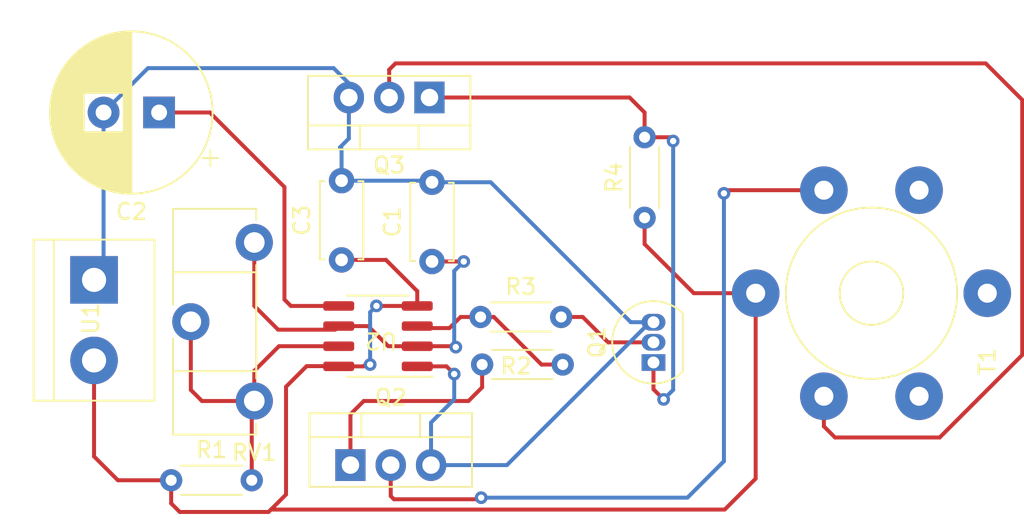
<source format=kicad_pcb>
(kicad_pcb (version 20211014) (generator pcbnew)
  (layers (0 "F.Cu" signal) (31 "B.Cu" signal) (34 "B.Paste" user) (35 "F.Paste" user) (36 "B.SilkS" user "B.Silkscreen") (37 "F.SilkS" user "F.Silkscreen") (38 "B.Mask" user) (39 "F.Mask" user) (44 "Edge.Cuts" user))
  (net 0 "")
  (net 1 "Net-(C1-Pad1)")
  (net 2 "Earth")
  (net 3 "Net-(C2-Pad1)")
  (net 4 "Net-(C3-Pad1)")
  (net 5 "Net-(Q1-Pad1)")
  (net 6 "Net-(Q1-Pad2)")
  (net 7 "Net-(Q2-Pad1)")
  (net 8 "Net-(Q2-Pad2)")
  (net 9 "Net-(Q3-Pad2)")
  (net 10 "Net-(R1-Pad2)")
  (net 11 "Net-(R2-Pad2)")
  (net 12 "/AC")
  (net 13 "/Output")
  (footprint "Resistor_THT:R_Axial_DIN0204_L3.6mm_D1.6mm_P5.08mm_Horizontal" (layer "F.Cu") (at 113.46 118.8)
    (fp_text reference "R1" (at 2.54 -1.92) (layer "F.SilkS"))
    (fp_text value "1k")
    (fp_line (start 0.62 0.92) (end 4.46 0.92) (layer "F.SilkS") (width 0.12))
    (fp_line (start 0.62 -0.92) (end 4.46 -0.92) (layer "F.SilkS") (width 0.12))
    (pad "1" thru_hole circle (at 0 0) (size 1.4 1.4) (drill 0.7) (layers *.Cu *.Mask) (net 4 "Net-(C3-Pad1)"))
    (pad "2" thru_hole oval (at 5.08 0) (size 1.4 1.4) (drill 0.7) (layers *.Cu *.Mask) (net 10 "Net-(R1-Pad2)"))
  )
  (footprint "extra_library:LM358" (layer "F.Cu") (at 130.18 112.365 180)
    (fp_text reference "U2" (at 3.48 2.365 180 unlocked) (layer "F.SilkS"))
    (fp_text value "555_IC")
    (fp_line (start 3.685 0.095) (end 0.235 0.095) (layer "F.SilkS") (width 0.12))
    (fp_line (start 3.685 5.215) (end 5.635 5.215) (layer "F.SilkS") (width 0.12))
    (fp_line (start 3.685 0.095) (end 5.635 0.095) (layer "F.SilkS") (width 0.12))
    (fp_line (start 3.685 5.215) (end 1.735 5.215) (layer "F.SilkS") (width 0.12))
    (pad "1" smd roundrect (at 1.21 0.75 180) (size 1.95 0.6) (layers "F.Cu" "F.Paste" "F.Mask") (net 2 "Earth"))
    (pad "2" smd roundrect (at 1.21 2.02 180) (size 1.95 0.6) (layers "F.Cu" "F.Paste" "F.Mask") (net 1 "Net-(C1-Pad1)"))
    (pad "3" smd roundrect (at 1.21 3.29 180) (size 1.95 0.6) (layers "F.Cu" "F.Paste" "F.Mask") (net 11 "Net-(R2-Pad2)"))
    (pad "4" smd roundrect (at 1.21 4.56 180) (size 1.95 0.6) (layers "F.Cu" "F.Paste" "F.Mask") (net 4 "Net-(C3-Pad1)"))
    (pad "5" smd roundrect (at 6.16 4.56 180) (size 1.95 0.6) (layers "F.Cu" "F.Paste" "F.Mask") (net 3 "Net-(C2-Pad1)"))
    (pad "6" smd roundrect (at 6.16 3.29 180) (size 1.95 0.6) (layers "F.Cu" "F.Paste" "F.Mask") (net 1 "Net-(C1-Pad1)"))
    (pad "7" smd roundrect (at 6.16 2.02 180) (size 1.95 0.6) (layers "F.Cu" "F.Paste" "F.Mask") (net 10 "Net-(R1-Pad2)"))
    (pad "8" smd roundrect (at 6.16 0.75 180) (size 1.95 0.6) (layers "F.Cu" "F.Paste" "F.Mask") (net 4 "Net-(C3-Pad1)"))
  )
  (footprint "TerminalBlock:TerminalBlock_bornier-2_P5.08mm" (layer "F.Cu") (at 108.6 106.16 -90)
    (fp_text reference "U1" (at 2.44 0.2 90) (layer "F.SilkS"))
    (fp_text value "Power_in")
    (fp_line (start -2.54 -3.81) (end -2.54 3.81) (layer "F.SilkS") (width 0.12))
    (fp_line (start 7.62 3.81) (end 7.62 -3.81) (layer "F.SilkS") (width 0.12))
    (fp_line (start 7.62 -3.81) (end -2.54 -3.81) (layer "F.SilkS") (width 0.12))
    (fp_line (start 7.62 2.54) (end -2.54 2.54) (layer "F.SilkS") (width 0.12))
    (fp_line (start -2.54 3.81) (end 7.62 3.81) (layer "F.SilkS") (width 0.12))
    (pad "1" thru_hole rect (at 0 0 270) (size 3 3) (drill 1.52) (layers *.Cu *.Mask) (net 2 "Earth"))
    (pad "2" thru_hole circle (at 5.08 0 270) (size 3 3) (drill 1.52) (layers *.Cu *.Mask) (net 4 "Net-(C3-Pad1)"))
  )
  (footprint "Potentiometer_THT:Potentiometer_ACP_CA14-H4_Horizontal" (layer "F.Cu") (at 118.7 113.8 180)
    (fp_text reference "RV1" (at 0 -3.25) (layer "F.SilkS"))
    (fp_text value "20K")
    (fp_line (start -0.121 -2.12) (end 5.12 -2.12) (layer "F.SilkS") (width 0.12))
    (fp_line (start -0.121 1.88) (end 5.12 1.88) (layer "F.SilkS") (width 0.12))
    (fp_line (start 5.12 6.073) (end 5.12 12.12) (layer "F.SilkS") (width 0.12))
    (fp_line (start -0.121 1.88) (end -0.121 8.121) (layer "F.SilkS") (width 0.12))
    (fp_line (start -0.121 11.425) (end -0.121 12.12) (layer "F.SilkS") (width 0.12))
    (fp_line (start 5.12 6.073) (end 5.12 8.121) (layer "F.SilkS") (width 0.12))
    (fp_line (start -0.121 1.426) (end -0.121 8.575) (layer "F.SilkS") (width 0.12))
    (fp_line (start -0.121 8.121) (end 5.12 8.121) (layer "F.SilkS") (width 0.12))
    (fp_line (start -0.121 12.12) (end 5.12 12.12) (layer "F.SilkS") (width 0.12))
    (fp_line (start 5.12 -2.12) (end 5.12 3.928) (layer "F.SilkS") (width 0.12))
    (fp_line (start -0.121 -2.12) (end -0.121 -1.426) (layer "F.SilkS") (width 0.12))
    (fp_line (start 5.12 1.88) (end 5.12 3.928) (layer "F.SilkS") (width 0.12))
    (pad "1" thru_hole circle (at 0 0 180) (size 2.34 2.34) (drill 1.3) (layers *.Cu *.Mask) (net 10 "Net-(R1-Pad2)"))
    (pad "2" thru_hole circle (at 4 5 180) (size 2.34 2.34) (drill 1.3) (layers *.Cu *.Mask) (net 10 "Net-(R1-Pad2)"))
    (pad "3" thru_hole circle (at 0 10 180) (size 2.34 2.34) (drill 1.3) (layers *.Cu *.Mask) (net 1 "Net-(C1-Pad1)"))
  )
  (footprint "Resistor_THT:R_Axial_DIN0204_L3.6mm_D1.6mm_P5.08mm_Horizontal" (layer "F.Cu") (at 132.96 108.5)
    (fp_text reference "R3" (at 2.54 -1.92) (layer "F.SilkS"))
    (fp_text value "4.7k")
    (fp_line (start 0.62 0.92) (end 4.46 0.92) (layer "F.SilkS") (width 0.12))
    (fp_line (start 0.62 -0.92) (end 4.46 -0.92) (layer "F.SilkS") (width 0.12))
    (pad "1" thru_hole circle (at 0 0) (size 1.4 1.4) (drill 0.7) (layers *.Cu *.Mask) (net 11 "Net-(R2-Pad2)"))
    (pad "2" thru_hole oval (at 5.08 0) (size 1.4 1.4) (drill 0.7) (layers *.Cu *.Mask) (net 6 "Net-(Q1-Pad2)"))
  )
  (footprint "Capacitor_THT:C_Disc_D4.7mm_W2.5mm_P5.00mm" (layer "F.Cu") (at 124.2 104.9 90)
    (fp_text reference "C3" (at 2.5 -2.5 90) (layer "F.SilkS"))
    (fp_text value "1000uF")
    (fp_line (start 0.03 1.37) (end 4.97 1.37) (layer "F.SilkS") (width 0.12))
    (fp_line (start 0.03 1.055) (end 0.03 1.37) (layer "F.SilkS") (width 0.12))
    (fp_line (start 4.97 -1.37) (end 4.97 -1.055) (layer "F.SilkS") (width 0.12))
    (fp_line (start 0.03 -1.37) (end 4.97 -1.37) (layer "F.SilkS") (width 0.12))
    (fp_line (start 0.03 -1.37) (end 0.03 -1.055) (layer "F.SilkS") (width 0.12))
    (fp_line (start 4.97 1.055) (end 4.97 1.37) (layer "F.SilkS") (width 0.12))
    (pad "1" thru_hole circle (at 0 0 90) (size 1.6 1.6) (drill 0.8) (layers *.Cu *.Mask) (net 4 "Net-(C3-Pad1)"))
    (pad "2" thru_hole circle (at 5 0 90) (size 1.6 1.6) (drill 0.8) (layers *.Cu *.Mask) (net 2 "Earth"))
  )
  (footprint "Capacitor_THT:CP_Radial_D10.0mm_P3.50mm" (layer "F.Cu") (at 112.7 95.6 180)
    (fp_text reference "C2" (at 1.75 -6.25 180) (layer "F.SilkS"))
    (fp_text value "0.01uF")
    (fp_line (start 1.91 -5.078) (end 1.91 5.078) (layer "F.SilkS") (width 0.12))
    (fp_line (start 4.631 1.241) (end 4.631 4.194) (layer "F.SilkS") (width 0.12))
    (fp_line (start 2.19 -5.062) (end 2.19 5.062) (layer "F.SilkS") (width 0.12))
    (fp_line (start 4.671 1.241) (end 4.671 4.166) (layer "F.SilkS") (width 0.12))
    (fp_line (start 3.111 1.241) (end 3.111 4.897) (layer "F.SilkS") (width 0.12))
    (fp_line (start 5.911 -2.945) (end 5.911 2.945) (layer "F.SilkS") (width 0.12))
    (fp_line (start 3.711 1.241) (end 3.711 4.69) (layer "F.SilkS") (width 0.12))
    (fp_line (start 4.391 -4.347) (end 4.391 -1.241) (layer "F.SilkS") (width 0.12))
    (fp_line (start 2.39 -5.04) (end 2.39 -1.241) (layer "F.SilkS") (width 0.12))
    (fp_line (start 2.671 1.241) (end 2.671 4.997) (layer "F.SilkS") (width 0.12))
    (fp_line (start 2.07 -5.07) (end 2.07 5.07) (layer "F.SilkS") (width 0.12))
    (fp_line (start 3.431 -4.797) (end 3.431 -1.241) (layer "F.SilkS") (width 0.12))
    (fp_line (start 6.351 -2.209) (end 6.351 2.209) (layer "F.SilkS") (width 0.12))
    (fp_line (start 3.951 -4.584) (end 3.951 -1.241) (layer "F.SilkS") (width 0.12))
    (fp_line (start 3.351 1.241) (end 3.351 4.824) (layer "F.SilkS") (width 0.12))
    (fp_line (start 6.311 -2.289) (end 6.311 2.289) (layer "F.SilkS") (width 0.12))
    (fp_line (start 2.711 -4.99) (end 2.711 -1.241) (layer "F.SilkS") (width 0.12))
    (fp_line (start 2.871 1.241) (end 2.871 4.956) (layer "F.SilkS") (width 0.12))
    (fp_line (start 2.23 -5.058) (end 2.23 5.058) (layer "F.SilkS") (width 0.12))
    (fp_line (start 4.511 1.241) (end 4.511 4.273) (layer "F.SilkS") (width 0.12))
    (fp_line (start 2.631 -5.004) (end 2.631 -1.241) (layer "F.SilkS") (width 0.12))
    (fp_line (start 3.991 -4.564) (end 3.991 -1.241) (layer "F.SilkS") (width 0.12))
    (fp_line (start 4.111 1.241) (end 4.111 4.504) (layer "F.SilkS") (width 0.12))
    (fp_line (start 3.511 1.241) (end 3.511 4.768) (layer "F.SilkS") (width 0.12))
    (fp_line (start 4.071 -4.525) (end 4.071 -1.241) (layer "F.SilkS") (width 0.12))
    (fp_line (start 6.271 -2.365) (end 6.271 2.365) (layer "F.SilkS") (width 0.12))
    (fp_line (start 4.751 -4.11) (end 4.751 4.11) (layer "F.SilkS") (width 0.12))
    (fp_line (start 5.151 -3.789) (end 5.151 3.789) (layer "F.SilkS") (width 0.12))
    (fp_line (start 4.711 1.241) (end 4.711 4.138) (layer "F.SilkS") (width 0.12))
    (fp_line (start 6.391 -2.125) (end 6.391 2.125) (layer "F.SilkS") (width 0.12))
    (fp_line (start 6.471 -1.944) (end 6.471 1.944) (layer "F.SilkS") (width 0.12))
    (fp_line (start 1.79 -5.08) (end 1.79 5.08) (layer "F.SilkS") (width 0.12))
    (fp_line (start 4.311 -4.395) (end 4.311 -1.241) (layer "F.SilkS") (width 0.12))
    (fp_line (start 3.591 1.241) (end 3.591 4.738) (layer "F.SilkS") (width 0.12))
    (fp_line (start 4.151 1.241) (end 4.151 4.483) (layer "F.SilkS") (width 0.12))
    (fp_line (start 3.231 1.241) (end 3.231 4.862) (layer "F.SilkS") (width 0.12))
    (fp_line (start 2.791 -4.974) (end 2.791 -1.241) (layer "F.SilkS") (width 0.12))
    (fp_line (start 2.31 1.241) (end 2.31 5.05) (layer "F.SilkS") (width 0.12))
    (fp_line (start 3.831 -4.639) (end 3.831 -1.241) (layer "F.SilkS") (width 0.12))
    (fp_line (start 4.471 1.241) (end 4.471 4.298) (layer "F.SilkS") (width 0.12))
    (fp_line (start 3.831 1.241) (end 3.831 4.639) (layer "F.SilkS") (width 0.12))
    (fp_line (start 1.95 -5.077) (end 1.95 5.077) (layer "F.SilkS") (width 0.12))
    (fp_line (start 5.231 -3.716) (end 5.231 3.716) (layer "F.SilkS") (width 0.12))
    (fp_line (start 4.071 1.241) (end 4.071 4.525) (layer "F.SilkS") (width 0.12))
    (fp_line (start 2.15 -5.065) (end 2.15 5.065) (layer "F.SilkS") (width 0.12))
    (fp_line (start 3.591 -4.738) (end 3.591 -1.241) (layer "F.SilkS") (width 0.12))
    (fp_line (start 3.791 1.241) (end 3.791 4.657) (layer "F.SilkS") (width 0.12))
    (fp_line (start 2.03 -5.073) (end 2.03 5.073) (layer "F.SilkS") (width 0.12))
    (fp_line (start 3.191 1.241) (end 3.191 4.874) (layer "F.SilkS") (width 0.12))
    (fp_line (start 3.271 -4.85) (end 3.271 -1.241) (layer "F.SilkS") (width 0.12))
    (fp_line (start 3.671 1.241) (end 3.671 4.707) (layer "F.SilkS") (width 0.12))
    (fp_line (start 3.551 -4.754) (end 3.551 -1.241) (layer "F.SilkS") (width 0.12))
    (fp_line (start 4.591 -4.221) (end 4.591 -1.241) (layer "F.SilkS") (width 0.12))
    (fp_line (start 6.511 -1.846) (end 6.511 1.846) (layer "F.SilkS") (width 0.12))
    (fp_line (start 5.471 -3.478) (end 5.471 3.478) (layer "F.SilkS") (width 0.12))
    (fp_line (start 4.231 1.241) (end 4.231 4.44) (layer "F.SilkS") (width 0.12))
    (fp_line (start 2.471 1.241) (end 2.471 5.03) (layer "F.SilkS") (width 0.12))
    (fp_line (start 4.791 -4.08) (end 4.791 4.08) (layer "F.SilkS") (width 0.12))
    (fp_line (start 2.591 -5.011) (end 2.591 -1.241) (layer "F.SilkS") (width 0.12))
    (fp_line (start 3.271 1.241) (end 3.271 4.85) (layer "F.SilkS") (width 0.12))
    (fp_line (start 2.751 -4.982) (end 2.751 -1.241) (layer "F.SilkS") (width 0.12))
    (fp_line (start 3.031 -4.918) (end 3.031 -1.241) (layer "F.SilkS") (width 0.12))
    (fp_line (start 3.871 1.241) (end 3.871 4.621) (layer "F.SilkS") (width 0.12))
    (fp_line (start 6.071 -2.709) (end 6.071 2.709) (layer "F.SilkS") (width 0.12))
    (fp_line (start 5.351 -3.601) (end 5.351 3.601) (layer "F.SilkS") (width 0.12))
    (fp_line (start 3.991 1.241) (end 3.991 4.564) (layer "F.SilkS") (width 0.12))
    (fp_line (start 2.551 1.241) (end 2.551 5.018) (layer "F.SilkS") (width 0.12))
    (fp_line (start 2.951 -4.938) (end 2.951 -1.241) (layer "F.SilkS") (width 0.12))
    (fp_line (start 2.711 1.241) (end 2.711 4.99) (layer "F.SilkS") (width 0.12))
    (fp_line (start 6.591 -1.63) (end 6.591 1.63) (layer "F.SilkS") (width 0.12))
    (fp_line (start 3.751 1.241) (end 3.751 4.674) (layer "F.SilkS") (width 0.12))
    (fp_line (start 3.151 -4.885) (end 3.151 -1.241) (layer "F.SilkS") (width 0.12))
    (fp_line (start 4.391 1.241) (end 4.391 4.347) (layer "F.SilkS") (width 0.12))
    (fp_line (start 2.671 -4.997) (end 2.671 -1.241) (layer "F.SilkS") (width 0.12))
    (fp_line (start 2.951 1.241) (end 2.951 4.938) (layer "F.SilkS") (width 0.12))
    (fp_line (start 1.83 -5.08) (end 1.83 5.08) (layer "F.SilkS") (width 0.12))
    (fp_line (start 3.031 1.241) (end 3.031 4.918) (layer "F.SilkS") (width 0.12))
    (fp_line (start 2.31 -5.05) (end 2.31 -1.241) (layer "F.SilkS") (width 0.12))
    (fp_line (start 5.991 -2.83) (end 5.991 2.83) (layer "F.SilkS") (width 0.12))
    (fp_line (start 6.111 -2.645) (end 6.111 2.645) (layer "F.SilkS") (width 0.12))
    (fp_line (start 5.951 -2.889) (end 5.951 2.889) (layer "F.SilkS") (width 0.12))
    (fp_line (start 3.391 1.241) (end 3.391 4.811) (layer "F.SilkS") (width 0.12))
    (fp_line (start 2.991 -4.928) (end 2.991 -1.241) (layer "F.SilkS") (width 0.12))
    (fp_line (start 2.591 1.241) (end 2.591 5.011) (layer "F.SilkS") (width 0.12))
    (fp_line (start 6.631 -1.51) (end 6.631 1.51) (layer "F.SilkS") (width 0.12))
    (fp_line (start 3.351 -4.824) (end 3.351 -1.241) (layer "F.SilkS") (width 0.12))
    (fp_line (start 3.471 1.241) (end 3.471 4.783) (layer "F.SilkS") (width 0.12))
    (fp_line (start 5.671 -3.254) (end 5.671 3.254) (layer "F.SilkS") (width 0.12))
    (fp_line (start 3.951 1.241) (end 3.951 4.584) (layer "F.SilkS") (width 0.12))
    (fp_line (start 3.311 -4.837) (end 3.311 -1.241) (layer "F.SilkS") (width 0.12))
    (fp_line (start 2.35 -5.045) (end 2.35 -1.241) (layer "F.SilkS") (width 0.12))
    (fp_line (start 4.551 -4.247) (end 4.551 -1.241) (layer "F.SilkS") (width 0.12))
    (fp_line (start 3.071 -4.907) (end 3.071 -1.241) (layer "F.SilkS") (width 0.12))
    (fp_line (start 5.431 -3.52) (end 5.431 3.52) (layer "F.SilkS") (width 0.12))
    (fp_line (start 5.031 -3.892) (end 5.031 3.892) (layer "F.SilkS") (width 0.12))
    (fp_line (start 4.191 -4.462) (end 4.191 -1.241) (layer "F.SilkS") (width 0.12))
    (fp_line (start 3.231 -4.862) (end 3.231 -1.241) (layer "F.SilkS") (width 0.12))
    (fp_line (start 6.751 -1.062) (end 6.751 1.062) (layer "F.SilkS") (width 0.12))
    (fp_line (start 4.151 -4.483) (end 4.151 -1.241) (layer "F.SilkS") (width 0.12))
    (fp_line (start 3.711 -4.69) (end 3.711 -1.241) (layer "F.SilkS") (width 0.12))
    (fp_line (start 5.271 -3.679) (end 5.271 3.679) (layer "F.SilkS") (width 0.12))
    (fp_line (start 6.431 -2.037) (end 6.431 2.037) (layer "F.SilkS") (width 0.12))
    (fp_line (start 3.191 -4.874) (end 3.191 -1.241) (layer "F.SilkS") (width 0.12))
    (fp_line (start 5.831 -3.054) (end 5.831 3.054) (layer "F.SilkS") (width 0.12))
    (fp_line (start 2.27 1.241) (end 2.27 5.054) (layer "F.SilkS") (width 0.12))
    (fp_line (start 5.391 -3.561) (end 5.391 3.561) (layer "F.SilkS") (width 0.12))
    (fp_line (start 3.111 -4.897) (end 3.111 -1.241) (layer "F.SilkS") (width 0.12))
    (fp_line (start 3.911 -4.603) (end 3.911 -1.241) (layer "F.SilkS") (width 0.12))
    (fp_line (start 3.471 -4.783) (end 3.471 -1.241) (layer "F.SilkS") (width 0.12))
    (fp_line (start 3.751 -4.674) (end 3.751 -1.241) (layer "F.SilkS") (width 0.12))
    (fp_line (start 4.871 -4.02) (end 4.871 4.02) (layer "F.SilkS") (width 0.12))
    (fp_line (start 5.311 -3.64) (end 5.311 3.64) (layer "F.SilkS") (width 0.12))
    (fp_line (start 2.831 1.241) (end 2.831 4.965) (layer "F.SilkS") (width 0.12))
    (fp_line (start 5.631 -3.301) (end 5.631 3.301) (layer "F.SilkS") (width 0.12))
    (fp_line (start 1.99 -5.075) (end 1.99 5.075) (layer "F.SilkS") (width 0.12))
    (fp_line (start 6.791 -0.862) (end 6.791 0.862) (layer "F.SilkS") (width 0.12))
    (fp_line (start 2.27 -5.054) (end 2.27 -1.241) (layer "F.SilkS") (width 0.12))
    (fp_line (start 5.111 -3.824) (end 5.111 3.824) (layer "F.SilkS") (width 0.12))
    (fp_line (start 4.831 -4.05) (end 4.831 4.05) (layer "F.SilkS") (width 0.12))
    (fp_line (start 5.711 -3.206) (end 5.711 3.206) (layer "F.SilkS") (width 0.12))
    (fp_line (start 4.671 -4.166) (end 4.671 -1.241) (layer "F.SilkS") (width 0.12))
    (fp_line (start 2.831 -4.965) (end 2.831 -1.241) (layer "F.SilkS") (width 0.12))
    (fp_line (start 4.471 -4.298) (end 4.471 -1.241) (layer "F.SilkS") (width 0.12))
    (fp_line (start 4.311 1.241) (end 4.311 4.395) (layer "F.SilkS") (width 0.12))
    (fp_line (start 4.911 -3.989) (end 4.911 3.989) (layer "F.SilkS") (width 0.12))
    (fp_line (start 4.551 1.241) (end 4.551 4.247) (layer "F.SilkS") (width 0.12))
    (fp_line (start 6.151 -2.579) (end 6.151 2.579) (layer "F.SilkS") (width 0.12))
    (fp_line (start 6.551 -1.742) (end 6.551 1.742) (layer "F.SilkS") (width 0.12))
    (fp_line (start 2.39 1.241) (end 2.39 5.04) (layer "F.SilkS") (width 0.12))
    (fp_line (start 3.391 -4.811) (end 3.391 -1.241) (layer "F.SilkS") (width 0.12))
    (fp_line (start 4.511 -4.273) (end 4.511 -1.241) (layer "F.SilkS") (width 0.12))
    (fp_line (start 3.511 -4.768) (end 3.511 -1.241) (layer "F.SilkS") (width 0.12))
    (fp_line (start 5.751 -3.156) (end 5.751 3.156) (layer "F.SilkS") (width 0.12))
    (fp_line (start 2.43 1.241) (end 2.43 5.035) (layer "F.SilkS") (width 0.12))
    (fp_line (start 4.031 -4.545) (end 4.031 -1.241) (layer "F.SilkS") (width 0.12))
    (fp_line (start 3.871 -4.621) (end 3.871 -1.241) (layer "F.SilkS") (width 0.12))
    (fp_line (start 3.631 -4.723) (end 3.631 -1.241) (layer "F.SilkS") (width 0.12))
    (fp_line (start 6.831 -0.599) (end 6.831 0.599) (layer "F.SilkS") (width 0.12))
    (fp_line (start 2.511 -5.024) (end 2.511 -1.241) (layer "F.SilkS") (width 0.12))
    (fp_line (start 2.791 1.241) (end 2.791 4.974) (layer "F.SilkS") (width 0.12))
    (fp_line (start 1.87 -5.079) (end 1.87 5.079) (layer "F.SilkS") (width 0.12))
    (fp_line (start 4.631 -4.194) (end 4.631 -1.241) (layer "F.SilkS") (width 0.12))
    (fp_line (start 3.671 -4.707) (end 3.671 -1.241) (layer "F.SilkS") (width 0.12))
    (fp_line (start 4.191 1.241) (end 4.191 4.462) (layer "F.SilkS") (width 0.12))
    (fp_line (start 5.871 -3) (end 5.871 3) (layer "F.SilkS") (width 0.12))
    (fp_line (start 4.951 -3.957) (end 4.951 3.957) (layer "F.SilkS") (width 0.12))
    (fp_line (start 3.151 1.241) (end 3.151 4.885) (layer "F.SilkS") (width 0.12))
    (fp_line (start 6.191 -2.51) (end 6.191 2.51) (layer "F.SilkS") (width 0.12))
    (fp_line (start 2.35 1.241) (end 2.35 5.045) (layer "F.SilkS") (width 0.12))
    (fp_line (start 5.591 -3.347) (end 5.591 3.347) (layer "F.SilkS") (width 0.12))
    (fp_line (start 3.911 1.241) (end 3.911 4.603) (layer "F.SilkS") (width 0.12))
    (fp_line (start 3.631 1.241) (end 3.631 4.723) (layer "F.SilkS") (width 0.12))
    (fp_line (start 4.431 -4.323) (end 4.431 -1.241) (layer "F.SilkS") (width 0.12))
    (fp_line (start 6.671 -1.378) (end 6.671 1.378) (layer "F.SilkS") (width 0.12))
    (fp_line (start -3.229646 -3.375) (end -3.229646 -2.375) (layer "F.SilkS") (width 0.12))
    (fp_line (start 3.551 1.241) (end 3.551 4.754) (layer "F.SilkS") (width 0.12))
    (fp_line (start 4.711 -4.138) (end 4.711 -1.241) (layer "F.SilkS") (width 0.12))
    (fp_line (start 2.991 1.241) (end 2.991 4.928) (layer "F.SilkS") (width 0.12))
    (fp_line (start 4.351 -4.371) (end 4.351 -1.241) (layer "F.SilkS") (width 0.12))
    (fp_line (start 4.111 -4.504) (end 4.111 -1.241) (layer "F.SilkS") (width 0.12))
    (fp_line (start 2.631 1.241) (end 2.631 5.004) (layer "F.SilkS") (width 0.12))
    (fp_line (start 5.511 -3.436) (end 5.511 3.436) (layer "F.SilkS") (width 0.12))
    (fp_line (start 4.991 -3.925) (end 4.991 3.925) (layer "F.SilkS") (width 0.12))
    (fp_line (start 5.071 -3.858) (end 5.071 3.858) (layer "F.SilkS") (width 0.12))
    (fp_line (start 4.231 -4.44) (end 4.231 -1.241) (layer "F.SilkS") (width 0.12))
    (fp_line (start -3.729646 -2.875) (end -2.729646 -2.875) (layer "F.SilkS") (width 0.12))
    (fp_line (start 2.551 -5.018) (end 2.551 -1.241) (layer "F.SilkS") (width 0.12))
    (fp_line (start 2.11 -5.068) (end 2.11 5.068) (layer "F.SilkS") (width 0.12))
    (fp_line (start 4.351 1.241) (end 4.351 4.371) (layer "F.SilkS") (width 0.12))
    (fp_line (start 2.471 -5.03) (end 2.471 -1.241) (layer "F.SilkS") (width 0.12))
    (fp_line (start 3.431 1.241) (end 3.431 4.797) (layer "F.SilkS") (width 0.12))
    (fp_line (start 6.711 -1.23) (end 6.711 1.23) (layer "F.SilkS") (width 0.12))
    (fp_line (start 4.431 1.241) (end 4.431 4.323) (layer "F.SilkS") (width 0.12))
    (fp_line (start 3.791 -4.657) (end 3.791 -1.241) (layer "F.SilkS") (width 0.12))
    (fp_line (start 1.75 -5.08) (end 1.75 5.08) (layer "F.SilkS") (width 0.12))
    (fp_line (start 2.871 -4.956) (end 2.871 -1.241) (layer "F.SilkS") (width 0.12))
    (fp_line (start 5.191 -3.753) (end 5.191 3.753) (layer "F.SilkS") (width 0.12))
    (fp_line (start 2.751 1.241) (end 2.751 4.982) (layer "F.SilkS") (width 0.12))
    (fp_line (start 3.311 1.241) (end 3.311 4.837) (layer "F.SilkS") (width 0.12))
    (fp_line (start 5.791 -3.106) (end 5.791 3.106) (layer "F.SilkS") (width 0.12))
    (fp_line (start 2.911 1.241) (end 2.911 4.947) (layer "F.SilkS") (width 0.12))
    (fp_line (start 5.551 -3.392) (end 5.551 3.392) (layer "F.SilkS") (width 0.12))
    (fp_line (start 3.071 1.241) (end 3.071 4.907) (layer "F.SilkS") (width 0.12))
    (fp_line (start 2.911 -4.947) (end 2.911 -1.241) (layer "F.SilkS") (width 0.12))
    (fp_line (start 2.43 -5.035) (end 2.43 -1.241) (layer "F.SilkS") (width 0.12))
    (fp_line (start 4.591 1.241) (end 4.591 4.221) (layer "F.SilkS") (width 0.12))
    (fp_line (start 2.511 1.241) (end 2.511 5.024) (layer "F.SilkS") (width 0.12))
    (fp_line (start 4.031 1.241) (end 4.031 4.545) (layer "F.SilkS") (width 0.12))
    (fp_line (start 4.271 1.241) (end 4.271 4.417) (layer "F.SilkS") (width 0.12))
    (fp_line (start 6.231 -2.439) (end 6.231 2.439) (layer "F.SilkS") (width 0.12))
    (fp_line (start 6.031 -2.77) (end 6.031 2.77) (layer "F.SilkS") (width 0.12))
    (fp_line (start 4.271 -4.417) (end 4.271 -1.241) (layer "F.SilkS") (width 0.12))
    (fp_circle (center 1.75 0) (end 6.87 0) (layer "F.SilkS") (width 0.12) (fill none))
    (pad "1" thru_hole rect (at 0 0 180) (size 2 2) (drill 1) (layers *.Cu *.Mask) (net 3 "Net-(C2-Pad1)"))
    (pad "2" thru_hole circle (at 3.5 0 180) (size 2 2) (drill 1) (layers *.Cu *.Mask) (net 2 "Earth"))
  )
  (footprint "Package_TO_SOT_THT:TO-220-3_Vertical" (layer "F.Cu") (at 124.76 117.845)
    (fp_text reference "Q2" (at 2.54 -4.27) (layer "F.SilkS"))
    (fp_text value "IRF540N")
    (fp_line (start 0.69 -3.27) (end 0.69 -1.76) (layer "F.SilkS") (width 0.12))
    (fp_line (start -2.58 -1.76) (end 7.66 -1.76) (layer "F.SilkS") (width 0.12))
    (fp_line (start -2.58 1.371) (end 7.66 1.371) (layer "F.SilkS") (width 0.12))
    (fp_line (start 4.391 -3.27) (end 4.391 -1.76) (layer "F.SilkS") (width 0.12))
    (fp_line (start 7.66 -3.27) (end 7.66 1.371) (layer "F.SilkS") (width 0.12))
    (fp_line (start -2.58 -3.27) (end -2.58 1.371) (layer "F.SilkS") (width 0.12))
    (fp_line (start -2.58 -3.27) (end 7.66 -3.27) (layer "F.SilkS") (width 0.12))
    (pad "1" thru_hole rect (at 0 0) (size 1.905 2) (drill 1.1) (layers *.Cu *.Mask) (net 7 "Net-(Q2-Pad1)"))
    (pad "2" thru_hole oval (at 2.54 0) (size 1.905 2) (drill 1.1) (layers *.Cu *.Mask) (net 8 "Net-(Q2-Pad2)"))
    (pad "3" thru_hole oval (at 5.08 0) (size 1.905 2) (drill 1.1) (layers *.Cu *.Mask) (net 2 "Earth"))
  )
  (footprint "Capacitor_THT:C_Disc_D4.7mm_W2.5mm_P5.00mm" (layer "F.Cu") (at 129.9 105 90)
    (fp_text reference "C1" (at 2.5 -2.5 90) (layer "F.SilkS"))
    (fp_text value "10uF")
    (fp_line (start 0.03 1.37) (end 4.97 1.37) (layer "F.SilkS") (width 0.12))
    (fp_line (start 0.03 1.055) (end 0.03 1.37) (layer "F.SilkS") (width 0.12))
    (fp_line (start 4.97 1.055) (end 4.97 1.37) (layer "F.SilkS") (width 0.12))
    (fp_line (start 0.03 -1.37) (end 4.97 -1.37) (layer "F.SilkS") (width 0.12))
    (fp_line (start 0.03 -1.37) (end 0.03 -1.055) (layer "F.SilkS") (width 0.12))
    (fp_line (start 4.97 -1.37) (end 4.97 -1.055) (layer "F.SilkS") (width 0.12))
    (pad "1" thru_hole circle (at 0 0 90) (size 1.6 1.6) (drill 0.8) (layers *.Cu *.Mask) (net 1 "Net-(C1-Pad1)"))
    (pad "2" thru_hole circle (at 5 0 90) (size 1.6 1.6) (drill 0.8) (layers *.Cu *.Mask) (net 2 "Earth"))
  )
  (footprint "Resistor_THT:R_Axial_DIN0204_L3.6mm_D1.6mm_P5.08mm_Horizontal" (layer "F.Cu") (at 133.06 111.5)
    (fp_text reference "R2" (at 2.14 0.1) (layer "F.SilkS"))
    (fp_text value "1k")
    (fp_line (start 0.62 0.92) (end 4.46 0.92) (layer "F.SilkS") (width 0.12))
    (fp_line (start 0.62 -0.92) (end 4.46 -0.92) (layer "F.SilkS") (width 0.12))
    (pad "1" thru_hole circle (at 0 0) (size 1.4 1.4) (drill 0.7) (layers *.Cu *.Mask) (net 7 "Net-(Q2-Pad1)"))
    (pad "2" thru_hole oval (at 5.08 0) (size 1.4 1.4) (drill 0.7) (layers *.Cu *.Mask) (net 11 "Net-(R2-Pad2)"))
  )
  (footprint "Transformer_THT:Transformer_Toroid_Tapped_Horizontal_D10.5mm_Amidon-T37" (layer "F.Cu") (at 154.6 100.5 -90)
    (fp_text reference "T1" (at 10.8 -10.3 90) (layer "F.SilkS"))
    (fp_text value "Transformer")
    (fp_circle (center 6.5 -3) (end 11.9 -3) (layer "F.SilkS") (width 0.12) (fill none))
    (fp_circle (center 6.5 -3) (end 8.5 -3.1) (layer "F.SilkS") (width 0.12) (fill none))
    (pad "1" thru_hole circle (at 0 0 270) (size 3 3) (drill 1.2) (layers *.Cu *.Mask) (net 8 "Net-(Q2-Pad2)"))
    (pad "2" thru_hole circle (at 6.5 4.3 270) (size 3 3) (drill 1.2) (layers *.Cu *.Mask) (net 4 "Net-(C3-Pad1)"))
    (pad "3" thru_hole circle (at 13 0 270) (size 3 3) (drill 1.2) (layers *.Cu *.Mask) (net 9 "Net-(Q3-Pad2)"))
    (pad "4" thru_hole circle (at 0 -6 270) (size 3 3) (drill 1.2) (layers *.Cu *.Mask) (net 12 "/AC"))
    (pad "5" thru_hole circle (at 6.5 -10.3 270) (size 3 3) (drill 1.2) (layers *.Cu *.Mask) (net 13 "/Output"))
    (pad "6" thru_hole circle (at 13 -6 270) (size 3 3) (drill 1.2) (layers *.Cu *.Mask))
  )
  (footprint "Package_TO_SOT_THT:TO-220-3_Vertical" (layer "F.Cu") (at 129.74 94.655 180)
    (fp_text reference "Q3" (at 2.54 -4.27) (layer "F.SilkS"))
    (fp_text value "IRF540N")
    (fp_line (start 7.66 -3.27) (end 7.66 1.371) (layer "F.SilkS") (width 0.12))
    (fp_line (start 4.391 -3.27) (end 4.391 -1.76) (layer "F.SilkS") (width 0.12))
    (fp_line (start -2.58 -3.27) (end -2.58 1.371) (layer "F.SilkS") (width 0.12))
    (fp_line (start -2.58 -1.76) (end 7.66 -1.76) (layer "F.SilkS") (width 0.12))
    (fp_line (start -2.58 -3.27) (end 7.66 -3.27) (layer "F.SilkS") (width 0.12))
    (fp_line (start 0.69 -3.27) (end 0.69 -1.76) (layer "F.SilkS") (width 0.12))
    (fp_line (start -2.58 1.371) (end 7.66 1.371) (layer "F.SilkS") (width 0.12))
    (pad "1" thru_hole rect (at 0 0 180) (size 1.905 2) (drill 1.1) (layers *.Cu *.Mask) (net 5 "Net-(Q1-Pad1)"))
    (pad "2" thru_hole oval (at 2.54 0 180) (size 1.905 2) (drill 1.1) (layers *.Cu *.Mask) (net 9 "Net-(Q3-Pad2)"))
    (pad "3" thru_hole oval (at 5.08 0 180) (size 1.905 2) (drill 1.1) (layers *.Cu *.Mask) (net 2 "Earth"))
  )
  (footprint "Resistor_THT:R_Axial_DIN0204_L3.6mm_D1.6mm_P5.08mm_Horizontal" (layer "F.Cu") (at 143.3 102.24 90)
    (fp_text reference "R4" (at 2.54 -1.92 90) (layer "F.SilkS"))
    (fp_text value "1k")
    (fp_line (start 0.62 -0.92) (end 4.46 -0.92) (layer "F.SilkS") (width 0.12))
    (fp_line (start 0.62 0.92) (end 4.46 0.92) (layer "F.SilkS") (width 0.12))
    (pad "1" thru_hole circle (at 0 0 90) (size 1.4 1.4) (drill 0.7) (layers *.Cu *.Mask) (net 4 "Net-(C3-Pad1)"))
    (pad "2" thru_hole oval (at 5.08 0 90) (size 1.4 1.4) (drill 0.7) (layers *.Cu *.Mask) (net 5 "Net-(Q1-Pad1)"))
  )
  (footprint "Package_TO_SOT_THT:TO-92_Inline" (layer "F.Cu") (at 143.86 111.37 90)
    (fp_text reference "Q1" (at 1.27 -3.56 90) (layer "F.SilkS"))
    (fp_text value "BC549")
    (fp_line (start -0.53 1.85) (end 3.07 1.85) (layer "F.SilkS") (width 0.12))
    (fp_arc (start 1.27 -2.6) (mid 3.672087 -0.994977) (end 3.108478 1.838478) (layer "F.SilkS") (width 0.12))
    (fp_arc (start -0.568478 1.838478) (mid -1.132087 -0.994977) (end 1.27 -2.6) (layer "F.SilkS") (width 0.12))
    (pad "1" thru_hole rect (at 0 0 90) (size 1.05 1.5) (drill 0.75) (layers *.Cu *.Mask) (net 5 "Net-(Q1-Pad1)"))
    (pad "2" thru_hole oval (at 1.27 0 90) (size 1.05 1.5) (drill 0.75) (layers *.Cu *.Mask) (net 6 "Net-(Q1-Pad2)"))
    (pad "3" thru_hole oval (at 2.54 0 90) (size 1.05 1.5) (drill 0.75) (layers *.Cu *.Mask) (net 2 "Earth"))
  )
  (segment (start 131.345 110.345) (end 128.97 110.345) (width 0.25) (layer "F.Cu") (net 1))
  (segment (start 118.7 107.8) (end 120.2 109.3) (width 0.25) (layer "F.Cu") (net 1))
  (segment (start 118.7 103.8) (end 118.7 107.8) (width 0.25) (layer "F.Cu") (net 1))
  (segment (start 127.145 110.345) (end 128.97 110.345) (width 0.25) (layer "F.Cu") (net 1))
  (segment (start 123.795 109.3) (end 124.02 109.075) (width 0.25) (layer "F.Cu") (net 1))
  (segment (start 129.9 105) (end 131.9 105) (width 0.25) (layer "F.Cu") (net 1))
  (segment (start 124.02 109.075) (end 125.875 109.075) (width 0.25) (layer "F.Cu") (net 1))
  (segment (start 125.875 109.075) (end 127.145 110.345) (width 0.25) (layer "F.Cu") (net 1))
  (segment (start 131.4 110.4) (end 131.345 110.345) (width 0.25) (layer "F.Cu") (net 1))
  (segment (start 120.2 109.3) (end 123.795 109.3) (width 0.25) (layer "F.Cu") (net 1))
  (via (at 131.9 105) (size 0.8) (drill 0.4) (layers "F.Cu" "B.Cu") (net 1))
  (via (at 131.4 110.4) (size 0.8) (drill 0.4) (layers "F.Cu" "B.Cu") (net 1))
  (segment (start 131.3 105.6) (end 131.9 105) (width 0.25) (layer "B.Cu") (net 1))
  (segment (start 131.4 110.4) (end 131.3 110.3) (width 0.25) (layer "B.Cu") (net 1))
  (segment (start 131.3 110.3) (end 131.3 105.6) (width 0.25) (layer "B.Cu") (net 1))
  (segment (start 130.815 111.615) (end 128.97 111.615) (width 0.25) (layer "F.Cu") (net 2))
  (segment (start 131.3 112.1) (end 130.815 111.615) (width 0.25) (layer "F.Cu") (net 2))
  (via (at 131.3 112.1) (size 0.8) (drill 0.4) (layers "F.Cu" "B.Cu") (net 2))
  (segment (start 109.2 105.56) (end 108.6 106.16) (width 0.25) (layer "B.Cu") (net 2))
  (segment (start 124.1 97.8) (end 124.2 97.9) (width 0.25) (layer "B.Cu") (net 2))
  (segment (start 124.2 99.9) (end 129.8 99.9) (width 0.25) (layer "B.Cu") (net 2))
  (segment (start 133.6 100) (end 142.43 108.83) (width 0.25) (layer "B.Cu") (net 2))
  (segment (start 129.84 115.16) (end 129.84 117.845) (width 0.25) (layer "B.Cu") (net 2))
  (segment (start 129.8 99.9) (end 129.9 100) (width 0.25) (layer "B.Cu") (net 2))
  (segment (start 131.3 112.1) (end 131.3 113.7) (width 0.25) (layer "B.Cu") (net 2))
  (segment (start 124.2 97.9) (end 124.2 99.9) (width 0.25) (layer "B.Cu") (net 2))
  (segment (start 112 92.8) (end 123.7 92.8) (width 0.25) (layer "B.Cu") (net 2))
  (segment (start 143.635 108.83) (end 134.62 117.845) (width 0.25) (layer "B.Cu") (net 2))
  (segment (start 131.3 113.7) (end 129.84 115.16) (width 0.25) (layer "B.Cu") (net 2))
  (segment (start 123.7 92.8) (end 124.66 93.76) (width 0.25) (layer "B.Cu") (net 2))
  (segment (start 143.86 108.83) (end 143.635 108.83) (width 0.25) (layer "B.Cu") (net 2))
  (segment (start 124.66 94.655) (end 124.66 97.24) (width 0.25) (layer "B.Cu") (net 2))
  (segment (start 109.2 95.6) (end 112 92.8) (width 0.25) (layer "B.Cu") (net 2))
  (segment (start 142.43 108.83) (end 143.86 108.83) (width 0.25) (layer "B.Cu") (net 2))
  (segment (start 124.66 93.76) (end 124.66 94.655) (width 0.25) (layer "B.Cu") (net 2))
  (segment (start 109.2 95.6) (end 109.2 105.56) (width 0.25) (layer "B.Cu") (net 2))
  (segment (start 129.9 100) (end 133.6 100) (width 0.25) (layer "B.Cu") (net 2))
  (segment (start 134.62 117.845) (end 129.84 117.845) (width 0.25) (layer "B.Cu") (net 2))
  (segment (start 124.66 97.24) (end 124.1 97.8) (width 0.25) (layer "B.Cu") (net 2))
  (segment (start 112.7 95.6) (end 115.9 95.6) (width 0.25) (layer "F.Cu") (net 3))
  (segment (start 120.6 100.3) (end 120.6 107.4) (width 0.25) (layer "F.Cu") (net 3))
  (segment (start 115.9 95.6) (end 120.6 100.3) (width 0.25) (layer "F.Cu") (net 3))
  (segment (start 121.005 107.805) (end 124.02 107.805) (width 0.25) (layer "F.Cu") (net 3))
  (segment (start 120.6 107.4) (end 121.005 107.805) (width 0.25) (layer "F.Cu") (net 3))
  (segment (start 148.35 120.65) (end 119.75 120.65) (width 0.25) (layer "F.Cu") (net 4))
  (segment (start 124.02 111.615) (end 125.585 111.615) (width 0.25) (layer "F.Cu") (net 4))
  (segment (start 128.97 106.87) (end 128.97 107.805) (width 0.25) (layer "F.Cu") (net 4))
  (segment (start 114 120.8) (end 113.46 120.26) (width 0.25) (layer "F.Cu") (net 4))
  (segment (start 143.3 102.24) (end 143.3 103.9) (width 0.25) (layer "F.Cu") (net 4))
  (segment (start 126.4 107.8) (end 126.405 107.805) (width 0.25) (layer "F.Cu") (net 4))
  (segment (start 108.6 111.24) (end 108.6 117.3) (width 0.25) (layer "F.Cu") (net 4))
  (segment (start 124.02 111.615) (end 124.005 111.6) (width 0.25) (layer "F.Cu") (net 4))
  (segment (start 150.3 118.7) (end 148.35 120.65) (width 0.25) (layer "F.Cu") (net 4))
  (segment (start 124.2 104.9) (end 127 104.9) (width 0.25) (layer "F.Cu") (net 4))
  (segment (start 125.585 111.615) (end 125.7 111.5) (width 0.25) (layer "F.Cu") (net 4))
  (segment (start 127 104.9) (end 128.97 106.87) (width 0.25) (layer "F.Cu") (net 4))
  (segment (start 122 111.6) (end 120.7 112.9) (width 0.25) (layer "F.Cu") (net 4))
  (segment (start 146.4 107) (end 150.3 107) (width 0.25) (layer "F.Cu") (net 4))
  (segment (start 125.7 111.5) (end 126 111.5) (width 0.25) (layer "F.Cu") (net 4))
  (segment (start 143.3 103.9) (end 146.4 107) (width 0.25) (layer "F.Cu") (net 4))
  (segment (start 126.405 107.805) (end 128.97 107.805) (width 0.25) (layer "F.Cu") (net 4))
  (segment (start 120.7 112.9) (end 120.7 119.7) (width 0.25) (layer "F.Cu") (net 4))
  (segment (start 119.75 120.65) (end 119.6 120.8) (width 0.25) (layer "F.Cu") (net 4))
  (segment (start 113.46 120.26) (end 113.46 118.8) (width 0.25) (layer "F.Cu") (net 4))
  (segment (start 124.005 111.6) (end 122 111.6) (width 0.25) (layer "F.Cu") (net 4))
  (segment (start 110.1 118.8) (end 113.46 118.8) (width 0.25) (layer "F.Cu") (net 4))
  (segment (start 108.6 117.3) (end 110.1 118.8) (width 0.25) (layer "F.Cu") (net 4))
  (segment (start 120.7 119.7) (end 119.75 120.65) (width 0.25) (layer "F.Cu") (net 4))
  (segment (start 150.3 107) (end 150.3 118.7) (width 0.25) (layer "F.Cu") (net 4))
  (segment (start 119.6 120.8) (end 114 120.8) (width 0.25) (layer "F.Cu") (net 4))
  (via (at 126.4 107.8) (size 0.8) (drill 0.4) (layers "F.Cu" "B.Cu") (net 4))
  (via (at 126 111.5) (size 0.8) (drill 0.4) (layers "F.Cu" "B.Cu") (net 4))
  (segment (start 126 108.2) (end 126.4 107.8) (width 0.25) (layer "B.Cu") (net 4))
  (segment (start 126 111.5) (end 126 108.2) (width 0.25) (layer "B.Cu") (net 4))
  (segment (start 144.5 113.7) (end 143.86 113.06) (width 0.25) (layer "F.Cu") (net 5))
  (segment (start 143.3 97.16) (end 144.86 97.16) (width 0.25) (layer "F.Cu") (net 5))
  (segment (start 143.3 95.6) (end 143.3 97.16) (width 0.25) (layer "F.Cu") (net 5))
  (segment (start 142.355 94.655) (end 143.3 95.6) (width 0.25) (layer "F.Cu") (net 5))
  (segment (start 143.86 113.06) (end 143.86 111.37) (width 0.25) (layer "F.Cu") (net 5))
  (segment (start 144.86 97.16) (end 145.1 97.4) (width 0.25) (layer "F.Cu") (net 5))
  (segment (start 129.74 94.655) (end 142.355 94.655) (width 0.25) (layer "F.Cu") (net 5))
  (via (at 144.5 113.7) (size 0.8) (drill 0.4) (layers "F.Cu" "B.Cu") (net 5))
  (via (at 145.1 97.4) (size 0.8) (drill 0.4) (layers "F.Cu" "B.Cu") (net 5))
  (segment (start 144.5 113.7) (end 145.1 113.1) (width 0.25) (layer "B.Cu") (net 5))
  (segment (start 145.1 113.1) (end 145.1 97.4) (width 0.25) (layer "B.Cu") (net 5))
  (segment (start 138.04 108.5) (end 139.4 108.5) (width 0.25) (layer "F.Cu") (net 6))
  (segment (start 141 110.1) (end 143.86 110.1) (width 0.25) (layer "F.Cu") (net 6))
  (segment (start 139.4 108.5) (end 141 110.1) (width 0.25) (layer "F.Cu") (net 6))
  (segment (start 125.6 113.8) (end 132.2 113.8) (width 0.25) (layer "F.Cu") (net 7))
  (segment (start 124.76 114.64) (end 125.6 113.8) (width 0.25) (layer "F.Cu") (net 7))
  (segment (start 132.2 113.8) (end 133.06 112.94) (width 0.25) (layer "F.Cu") (net 7))
  (segment (start 124.76 117.845) (end 124.76 114.64) (width 0.25) (layer "F.Cu") (net 7))
  (segment (start 133.06 112.94) (end 133.06 111.5) (width 0.25) (layer "F.Cu") (net 7))
  (segment (start 127.3 117.845) (end 127.3 119.8) (width 0.25) (layer "F.Cu") (net 8))
  (segment (start 148.5 100.5) (end 154.6 100.5) (width 0.25) (layer "F.Cu") (net 8))
  (segment (start 127.5 120) (end 132.9 120) (width 0.25) (layer "F.Cu") (net 8))
  (segment (start 148.3 100.7) (end 148.5 100.5) (width 0.25) (layer "F.Cu") (net 8))
  (segment (start 132.9 120) (end 133 119.9) (width 0.25) (layer "F.Cu") (net 8))
  (segment (start 127.3 119.8) (end 127.5 120) (width 0.25) (layer "F.Cu") (net 8))
  (via (at 148.3 100.7) (size 0.8) (drill 0.4) (layers "F.Cu" "B.Cu") (net 8))
  (via (at 133 119.9) (size 0.8) (drill 0.4) (layers "F.Cu" "B.Cu") (net 8))
  (segment (start 146 119.9) (end 148.3 117.6) (width 0.25) (layer "B.Cu") (net 8))
  (segment (start 148.3 117.6) (end 148.3 100.7) (width 0.25) (layer "B.Cu") (net 8))
  (segment (start 133 119.9) (end 146 119.9) (width 0.25) (layer "B.Cu") (net 8))
  (segment (start 127.6 92.5) (end 127.2 92.9) (width 0.25) (layer "F.Cu") (net 9))
  (segment (start 155.3 116.1) (end 161.9 116.1) (width 0.25) (layer "F.Cu") (net 9))
  (segment (start 154.6 115.4) (end 155.3 116.1) (width 0.25) (layer "F.Cu") (net 9))
  (segment (start 167.1 94.8) (end 164.8 92.5) (width 0.25) (layer "F.Cu") (net 9))
  (segment (start 127.2 92.9) (end 127.2 94.655) (width 0.25) (layer "F.Cu") (net 9))
  (segment (start 164.8 92.5) (end 127.6 92.5) (width 0.25) (layer "F.Cu") (net 9))
  (segment (start 161.9 116.1) (end 167.1 110.9) (width 0.25) (layer "F.Cu") (net 9))
  (segment (start 167.1 110.9) (end 167.1 94.8) (width 0.25) (layer "F.Cu") (net 9))
  (segment (start 154.6 113.5) (end 154.6 115.4) (width 0.25) (layer "F.Cu") (net 9))
  (segment (start 118.7 113.8) (end 115.4 113.8) (width 0.25) (layer "F.Cu") (net 10))
  (segment (start 118.7 111.9) (end 118.7 113.8) (width 0.25) (layer "F.Cu") (net 10))
  (segment (start 118.54 118.8) (end 118.54 113.96) (width 0.25) (layer "F.Cu") (net 10))
  (segment (start 114.7 113.1) (end 114.7 108.8) (width 0.25) (layer "F.Cu") (net 10))
  (segment (start 124.02 110.345) (end 120.255 110.345) (width 0.25) (layer "F.Cu") (net 10))
  (segment (start 120.255 110.345) (end 118.7 111.9) (width 0.25) (layer "F.Cu") (net 10))
  (segment (start 118.54 113.96) (end 118.7 113.8) (width 0.25) (layer "F.Cu") (net 10))
  (segment (start 115.4 113.8) (end 114.7 113.1) (width 0.25) (layer "F.Cu") (net 10))
  (segment (start 129.095 109.2) (end 128.97 109.075) (width 0.25) (layer "F.Cu") (net 11))
  (segment (start 131 109.2) (end 129.095 109.2) (width 0.25) (layer "F.Cu") (net 11))
  (segment (start 133.8 108.5) (end 136.8 111.5) (width 0.25) (layer "F.Cu") (net 11))
  (segment (start 136.8 111.5) (end 138.14 111.5) (width 0.25) (layer "F.Cu") (net 11))
  (segment (start 131.7 108.5) (end 131 109.2) (width 0.25) (layer "F.Cu") (net 11))
  (segment (start 132.96 108.5) (end 131.7 108.5) (width 0.25) (layer "F.Cu") (net 11))
  (segment (start 132.96 108.5) (end 133.8 108.5) (width 0.25) (layer "F.Cu") (net 11))
)
</source>
